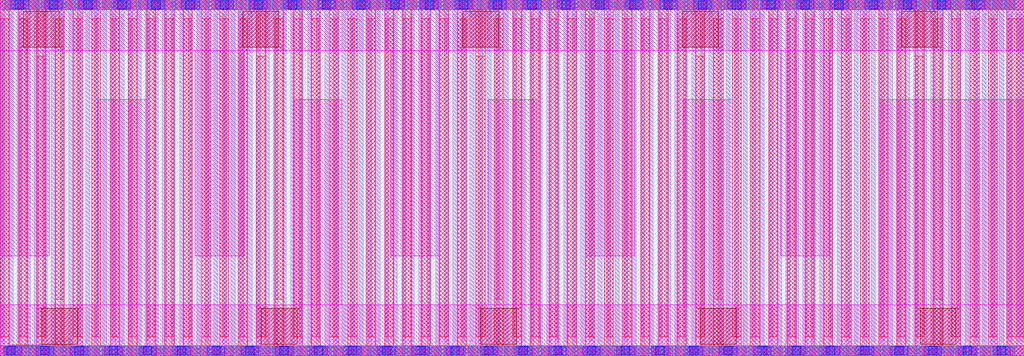
<source format=lef>
# Copyright 2020 The SkyWater PDK Authors
#
# Licensed under the Apache License, Version 2.0 (the "License");
# you may not use this file except in compliance with the License.
# You may obtain a copy of the License at
#
#     https://www.apache.org/licenses/LICENSE-2.0
#
# Unless required by applicable law or agreed to in writing, software
# distributed under the License is distributed on an "AS IS" BASIS,
# WITHOUT WARRANTIES OR CONDITIONS OF ANY KIND, either express or implied.
# See the License for the specific language governing permissions and
# limitations under the License.
#
# SPDX-License-Identifier: Apache-2.0

VERSION 5.7 ;
  NOWIREEXTENSIONATPIN ON ;
  DIVIDERCHAR "/" ;
  BUSBITCHARS "[]" ;
MACRO sky130_fd_pr__cap_vpp_33p6x11p7_pol1m1m2m3m4m5_noshield
  CLASS BLOCK ;
  FOREIGN sky130_fd_pr__cap_vpp_33p6x11p7_pol1m1m2m3m4m5_noshield ;
  ORIGIN  0.000000  0.000000 ;
  SIZE  33.57000 BY  11.69000 ;
  OBS
    LAYER li1 ;
      RECT  0.000000  0.000000 33.570000  0.330000 ;
      RECT  0.000000  0.330000  0.140000 11.220000 ;
      RECT  0.000000 11.360000 33.570000 11.690000 ;
      RECT  0.280000  0.470000  0.420000 11.360000 ;
      RECT  0.560000  0.330000  0.700000 11.220000 ;
      RECT  0.840000  0.470000  0.980000 11.360000 ;
      RECT  1.120000  0.330000  1.260000 11.220000 ;
      RECT  1.400000  0.470000  1.540000 11.360000 ;
      RECT  1.680000  0.330000  1.820000 11.220000 ;
      RECT  1.960000  0.470000  2.100000 11.360000 ;
      RECT  2.240000  0.330000  2.380000 11.220000 ;
      RECT  2.520000  0.470000  2.660000 11.360000 ;
      RECT  2.800000  0.330000  2.940000 11.220000 ;
      RECT  3.080000  0.470000  3.220000 11.360000 ;
      RECT  3.360000  0.330000  3.500000 11.220000 ;
      RECT  3.640000  0.470000  3.780000 11.360000 ;
      RECT  3.920000  0.330000  4.060000 11.220000 ;
      RECT  4.200000  0.470000  4.340000 11.360000 ;
      RECT  4.480000  0.330000  4.620000 11.220000 ;
      RECT  4.760000  0.470000  4.900000 11.360000 ;
      RECT  5.040000  0.330000  5.180000 11.220000 ;
      RECT  5.320000  0.470000  5.460000 11.360000 ;
      RECT  5.600000  0.330000  5.740000 11.220000 ;
      RECT  5.880000  0.470000  6.020000 11.360000 ;
      RECT  6.160000  0.330000  6.300000 11.220000 ;
      RECT  6.440000  0.470000  6.580000 11.360000 ;
      RECT  6.720000  0.330000  6.860000 11.220000 ;
      RECT  7.000000  0.470000  7.140000 11.360000 ;
      RECT  7.280000  0.330000  7.420000 11.220000 ;
      RECT  7.560000  0.470000  7.700000 11.360000 ;
      RECT  7.840000  0.330000  7.980000 11.220000 ;
      RECT  8.120000  0.470000  8.260000 11.360000 ;
      RECT  8.400000  0.330000  8.540000 11.220000 ;
      RECT  8.680000  0.470000  8.820000 11.360000 ;
      RECT  8.960000  0.330000  9.100000 11.220000 ;
      RECT  9.240000  0.470000  9.380000 11.360000 ;
      RECT  9.520000  0.330000  9.660000 11.220000 ;
      RECT  9.800000  0.470000  9.940000 11.360000 ;
      RECT 10.080000  0.330000 10.220000 11.220000 ;
      RECT 10.360000  0.470000 10.500000 11.360000 ;
      RECT 10.640000  0.330000 10.780000 11.220000 ;
      RECT 10.920000  0.470000 11.060000 11.360000 ;
      RECT 11.200000  0.330000 11.340000 11.220000 ;
      RECT 11.480000  0.470000 11.620000 11.360000 ;
      RECT 11.760000  0.330000 11.900000 11.220000 ;
      RECT 12.040000  0.470000 12.180000 11.360000 ;
      RECT 12.320000  0.330000 12.460000 11.220000 ;
      RECT 12.600000  0.470000 12.740000 11.360000 ;
      RECT 12.880000  0.330000 13.020000 11.220000 ;
      RECT 13.160000  0.470000 13.300000 11.360000 ;
      RECT 13.440000  0.330000 13.580000 11.220000 ;
      RECT 13.720000  0.470000 13.860000 11.360000 ;
      RECT 14.000000  0.330000 14.140000 11.220000 ;
      RECT 14.280000  0.470000 14.420000 11.360000 ;
      RECT 14.560000  0.330000 14.700000 11.220000 ;
      RECT 14.840000  0.470000 14.980000 11.360000 ;
      RECT 15.120000  0.330000 15.260000 11.220000 ;
      RECT 15.400000  0.470000 15.540000 11.360000 ;
      RECT 15.680000  0.330000 15.820000 11.220000 ;
      RECT 15.960000  0.470000 16.100000 11.360000 ;
      RECT 16.240000  0.330000 16.380000 11.220000 ;
      RECT 16.520000  0.470000 16.660000 11.360000 ;
      RECT 16.800000  0.330000 16.940000 11.220000 ;
      RECT 17.080000  0.470000 17.220000 11.360000 ;
      RECT 17.360000  0.330000 17.500000 11.220000 ;
      RECT 17.640000  0.470000 17.780000 11.360000 ;
      RECT 17.920000  0.330000 18.060000 11.220000 ;
      RECT 18.200000  0.470000 18.340000 11.360000 ;
      RECT 18.480000  0.330000 18.620000 11.220000 ;
      RECT 18.760000  0.470000 18.900000 11.360000 ;
      RECT 19.040000  0.330000 19.180000 11.220000 ;
      RECT 19.320000  0.470000 19.460000 11.360000 ;
      RECT 19.600000  0.330000 19.740000 11.220000 ;
      RECT 19.880000  0.470000 20.020000 11.360000 ;
      RECT 20.160000  0.330000 20.300000 11.220000 ;
      RECT 20.440000  0.470000 20.580000 11.360000 ;
      RECT 20.720000  0.330000 20.860000 11.220000 ;
      RECT 21.000000  0.470000 21.140000 11.360000 ;
      RECT 21.280000  0.330000 21.420000 11.220000 ;
      RECT 21.560000  0.470000 21.700000 11.360000 ;
      RECT 21.840000  0.330000 21.980000 11.220000 ;
      RECT 22.120000  0.470000 22.260000 11.360000 ;
      RECT 22.400000  0.330000 22.540000 11.220000 ;
      RECT 22.680000  0.470000 22.820000 11.360000 ;
      RECT 22.960000  0.330000 23.100000 11.220000 ;
      RECT 23.240000  0.470000 23.380000 11.360000 ;
      RECT 23.520000  0.330000 23.660000 11.220000 ;
      RECT 23.800000  0.470000 23.940000 11.360000 ;
      RECT 24.080000  0.330000 24.220000 11.220000 ;
      RECT 24.360000  0.470000 24.500000 11.360000 ;
      RECT 24.640000  0.330000 24.780000 11.220000 ;
      RECT 24.920000  0.470000 25.060000 11.360000 ;
      RECT 25.200000  0.330000 25.340000 11.220000 ;
      RECT 25.480000  0.470000 25.620000 11.360000 ;
      RECT 25.760000  0.330000 25.900000 11.220000 ;
      RECT 26.040000  0.470000 26.180000 11.360000 ;
      RECT 26.320000  0.330000 26.460000 11.220000 ;
      RECT 26.600000  0.470000 26.740000 11.360000 ;
      RECT 26.880000  0.330000 27.020000 11.220000 ;
      RECT 27.160000  0.470000 27.300000 11.360000 ;
      RECT 27.440000  0.330000 27.580000 11.220000 ;
      RECT 27.720000  0.470000 27.860000 11.360000 ;
      RECT 28.000000  0.330000 28.140000 11.220000 ;
      RECT 28.280000  0.470000 28.420000 11.360000 ;
      RECT 28.560000  0.330000 28.700000 11.220000 ;
      RECT 28.840000  0.470000 28.980000 11.360000 ;
      RECT 29.120000  0.330000 29.260000 11.220000 ;
      RECT 29.400000  0.470000 29.540000 11.360000 ;
      RECT 29.680000  0.330000 29.820000 11.220000 ;
      RECT 29.960000  0.470000 30.100000 11.360000 ;
      RECT 30.240000  0.330000 30.380000 11.220000 ;
      RECT 30.520000  0.470000 30.660000 11.360000 ;
      RECT 30.800000  0.330000 30.940000 11.220000 ;
      RECT 31.080000  0.470000 31.220000 11.360000 ;
      RECT 31.360000  0.330000 31.500000 11.220000 ;
      RECT 31.640000  0.470000 31.780000 11.360000 ;
      RECT 31.920000  0.330000 32.060000 11.220000 ;
      RECT 32.200000  0.470000 32.340000 11.360000 ;
      RECT 32.480000  0.330000 32.620000 11.220000 ;
      RECT 32.760000  0.470000 32.900000 11.360000 ;
      RECT 33.040000  0.330000 33.180000 11.220000 ;
      RECT 33.320000  0.470000 33.570000 11.360000 ;
    LAYER mcon ;
      RECT  0.190000  0.080000  0.360000  0.250000 ;
      RECT  0.190000 11.440000  0.360000 11.610000 ;
      RECT  0.550000  0.080000  0.720000  0.250000 ;
      RECT  0.550000 11.440000  0.720000 11.610000 ;
      RECT  0.910000  0.080000  1.080000  0.250000 ;
      RECT  0.910000 11.440000  1.080000 11.610000 ;
      RECT  1.270000  0.080000  1.440000  0.250000 ;
      RECT  1.270000 11.440000  1.440000 11.610000 ;
      RECT  1.630000  0.080000  1.800000  0.250000 ;
      RECT  1.630000 11.440000  1.800000 11.610000 ;
      RECT  1.990000  0.080000  2.160000  0.250000 ;
      RECT  1.990000 11.440000  2.160000 11.610000 ;
      RECT  2.350000  0.080000  2.520000  0.250000 ;
      RECT  2.350000 11.440000  2.520000 11.610000 ;
      RECT  2.710000  0.080000  2.880000  0.250000 ;
      RECT  2.710000 11.440000  2.880000 11.610000 ;
      RECT  3.070000  0.080000  3.240000  0.250000 ;
      RECT  3.070000 11.440000  3.240000 11.610000 ;
      RECT  3.430000  0.080000  3.600000  0.250000 ;
      RECT  3.430000 11.440000  3.600000 11.610000 ;
      RECT  3.790000  0.080000  3.960000  0.250000 ;
      RECT  3.790000 11.440000  3.960000 11.610000 ;
      RECT  4.150000  0.080000  4.320000  0.250000 ;
      RECT  4.150000 11.440000  4.320000 11.610000 ;
      RECT  4.510000  0.080000  4.680000  0.250000 ;
      RECT  4.510000 11.440000  4.680000 11.610000 ;
      RECT  4.870000  0.080000  5.040000  0.250000 ;
      RECT  4.870000 11.440000  5.040000 11.610000 ;
      RECT  5.230000  0.080000  5.400000  0.250000 ;
      RECT  5.230000 11.440000  5.400000 11.610000 ;
      RECT  5.590000  0.080000  5.760000  0.250000 ;
      RECT  5.590000 11.440000  5.760000 11.610000 ;
      RECT  5.950000  0.080000  6.120000  0.250000 ;
      RECT  5.950000 11.440000  6.120000 11.610000 ;
      RECT  6.310000  0.080000  6.480000  0.250000 ;
      RECT  6.310000 11.440000  6.480000 11.610000 ;
      RECT  6.670000  0.080000  6.840000  0.250000 ;
      RECT  6.670000 11.440000  6.840000 11.610000 ;
      RECT  7.030000  0.080000  7.200000  0.250000 ;
      RECT  7.030000 11.440000  7.200000 11.610000 ;
      RECT  7.390000  0.080000  7.560000  0.250000 ;
      RECT  7.390000 11.440000  7.560000 11.610000 ;
      RECT  7.750000  0.080000  7.920000  0.250000 ;
      RECT  7.750000 11.440000  7.920000 11.610000 ;
      RECT  8.110000  0.080000  8.280000  0.250000 ;
      RECT  8.110000 11.440000  8.280000 11.610000 ;
      RECT  8.470000  0.080000  8.640000  0.250000 ;
      RECT  8.470000 11.440000  8.640000 11.610000 ;
      RECT  8.830000  0.080000  9.000000  0.250000 ;
      RECT  8.830000 11.440000  9.000000 11.610000 ;
      RECT  9.190000  0.080000  9.360000  0.250000 ;
      RECT  9.190000 11.440000  9.360000 11.610000 ;
      RECT  9.550000  0.080000  9.720000  0.250000 ;
      RECT  9.550000 11.440000  9.720000 11.610000 ;
      RECT  9.910000  0.080000 10.080000  0.250000 ;
      RECT  9.910000 11.440000 10.080000 11.610000 ;
      RECT 10.270000  0.080000 10.440000  0.250000 ;
      RECT 10.270000 11.440000 10.440000 11.610000 ;
      RECT 10.630000  0.080000 10.800000  0.250000 ;
      RECT 10.630000 11.440000 10.800000 11.610000 ;
      RECT 10.990000  0.080000 11.160000  0.250000 ;
      RECT 10.990000 11.440000 11.160000 11.610000 ;
      RECT 11.350000  0.080000 11.520000  0.250000 ;
      RECT 11.350000 11.440000 11.520000 11.610000 ;
      RECT 11.710000  0.080000 11.880000  0.250000 ;
      RECT 11.710000 11.440000 11.880000 11.610000 ;
      RECT 12.070000  0.080000 12.240000  0.250000 ;
      RECT 12.070000 11.440000 12.240000 11.610000 ;
      RECT 12.430000  0.080000 12.600000  0.250000 ;
      RECT 12.430000 11.440000 12.600000 11.610000 ;
      RECT 12.790000  0.080000 12.960000  0.250000 ;
      RECT 12.790000 11.440000 12.960000 11.610000 ;
      RECT 13.150000  0.080000 13.320000  0.250000 ;
      RECT 13.150000 11.440000 13.320000 11.610000 ;
      RECT 13.510000  0.080000 13.680000  0.250000 ;
      RECT 13.510000 11.440000 13.680000 11.610000 ;
      RECT 13.870000  0.080000 14.040000  0.250000 ;
      RECT 13.870000 11.440000 14.040000 11.610000 ;
      RECT 14.230000  0.080000 14.400000  0.250000 ;
      RECT 14.230000 11.440000 14.400000 11.610000 ;
      RECT 14.590000  0.080000 14.760000  0.250000 ;
      RECT 14.590000 11.440000 14.760000 11.610000 ;
      RECT 14.950000  0.080000 15.120000  0.250000 ;
      RECT 14.950000 11.440000 15.120000 11.610000 ;
      RECT 15.310000  0.080000 15.480000  0.250000 ;
      RECT 15.310000 11.440000 15.480000 11.610000 ;
      RECT 15.670000  0.080000 15.840000  0.250000 ;
      RECT 15.670000 11.440000 15.840000 11.610000 ;
      RECT 16.030000  0.080000 16.200000  0.250000 ;
      RECT 16.030000 11.440000 16.200000 11.610000 ;
      RECT 16.390000  0.080000 16.560000  0.250000 ;
      RECT 16.390000 11.440000 16.560000 11.610000 ;
      RECT 16.750000  0.080000 16.920000  0.250000 ;
      RECT 16.750000 11.440000 16.920000 11.610000 ;
      RECT 17.110000  0.080000 17.280000  0.250000 ;
      RECT 17.110000 11.440000 17.280000 11.610000 ;
      RECT 17.470000  0.080000 17.640000  0.250000 ;
      RECT 17.470000 11.440000 17.640000 11.610000 ;
      RECT 17.830000  0.080000 18.000000  0.250000 ;
      RECT 17.830000 11.440000 18.000000 11.610000 ;
      RECT 18.190000  0.080000 18.360000  0.250000 ;
      RECT 18.190000 11.440000 18.360000 11.610000 ;
      RECT 18.550000  0.080000 18.720000  0.250000 ;
      RECT 18.550000 11.440000 18.720000 11.610000 ;
      RECT 18.910000  0.080000 19.080000  0.250000 ;
      RECT 18.910000 11.440000 19.080000 11.610000 ;
      RECT 19.270000  0.080000 19.440000  0.250000 ;
      RECT 19.270000 11.440000 19.440000 11.610000 ;
      RECT 19.630000  0.080000 19.800000  0.250000 ;
      RECT 19.630000 11.440000 19.800000 11.610000 ;
      RECT 19.990000  0.080000 20.160000  0.250000 ;
      RECT 19.990000 11.440000 20.160000 11.610000 ;
      RECT 20.350000  0.080000 20.520000  0.250000 ;
      RECT 20.350000 11.440000 20.520000 11.610000 ;
      RECT 20.710000  0.080000 20.880000  0.250000 ;
      RECT 20.710000 11.440000 20.880000 11.610000 ;
      RECT 21.070000  0.080000 21.240000  0.250000 ;
      RECT 21.070000 11.440000 21.240000 11.610000 ;
      RECT 21.430000  0.080000 21.600000  0.250000 ;
      RECT 21.430000 11.440000 21.600000 11.610000 ;
      RECT 21.790000  0.080000 21.960000  0.250000 ;
      RECT 21.790000 11.440000 21.960000 11.610000 ;
      RECT 22.150000  0.080000 22.320000  0.250000 ;
      RECT 22.150000 11.440000 22.320000 11.610000 ;
      RECT 22.510000  0.080000 22.680000  0.250000 ;
      RECT 22.510000 11.440000 22.680000 11.610000 ;
      RECT 22.870000  0.080000 23.040000  0.250000 ;
      RECT 22.870000 11.440000 23.040000 11.610000 ;
      RECT 23.230000  0.080000 23.400000  0.250000 ;
      RECT 23.230000 11.440000 23.400000 11.610000 ;
      RECT 23.590000  0.080000 23.760000  0.250000 ;
      RECT 23.590000 11.440000 23.760000 11.610000 ;
      RECT 23.950000  0.080000 24.120000  0.250000 ;
      RECT 23.950000 11.440000 24.120000 11.610000 ;
      RECT 24.310000  0.080000 24.480000  0.250000 ;
      RECT 24.310000 11.440000 24.480000 11.610000 ;
      RECT 24.670000  0.080000 24.840000  0.250000 ;
      RECT 24.670000 11.440000 24.840000 11.610000 ;
      RECT 25.030000  0.080000 25.200000  0.250000 ;
      RECT 25.030000 11.440000 25.200000 11.610000 ;
      RECT 25.390000  0.080000 25.560000  0.250000 ;
      RECT 25.390000 11.440000 25.560000 11.610000 ;
      RECT 25.750000  0.080000 25.920000  0.250000 ;
      RECT 25.750000 11.440000 25.920000 11.610000 ;
      RECT 26.110000  0.080000 26.280000  0.250000 ;
      RECT 26.110000 11.440000 26.280000 11.610000 ;
      RECT 26.470000  0.080000 26.640000  0.250000 ;
      RECT 26.470000 11.440000 26.640000 11.610000 ;
      RECT 26.830000  0.080000 27.000000  0.250000 ;
      RECT 26.830000 11.440000 27.000000 11.610000 ;
      RECT 27.190000  0.080000 27.360000  0.250000 ;
      RECT 27.190000 11.440000 27.360000 11.610000 ;
      RECT 27.550000  0.080000 27.720000  0.250000 ;
      RECT 27.550000 11.440000 27.720000 11.610000 ;
      RECT 27.910000  0.080000 28.080000  0.250000 ;
      RECT 27.910000 11.440000 28.080000 11.610000 ;
      RECT 28.270000  0.080000 28.440000  0.250000 ;
      RECT 28.270000 11.440000 28.440000 11.610000 ;
      RECT 28.630000  0.080000 28.800000  0.250000 ;
      RECT 28.630000 11.440000 28.800000 11.610000 ;
      RECT 28.990000  0.080000 29.160000  0.250000 ;
      RECT 28.990000 11.440000 29.160000 11.610000 ;
      RECT 29.350000  0.080000 29.520000  0.250000 ;
      RECT 29.350000 11.440000 29.520000 11.610000 ;
      RECT 29.710000  0.080000 29.880000  0.250000 ;
      RECT 29.710000 11.440000 29.880000 11.610000 ;
      RECT 30.070000  0.080000 30.240000  0.250000 ;
      RECT 30.070000 11.440000 30.240000 11.610000 ;
      RECT 30.430000  0.080000 30.600000  0.250000 ;
      RECT 30.430000 11.440000 30.600000 11.610000 ;
      RECT 30.790000  0.080000 30.960000  0.250000 ;
      RECT 30.790000 11.440000 30.960000 11.610000 ;
      RECT 31.150000  0.080000 31.320000  0.250000 ;
      RECT 31.150000 11.440000 31.320000 11.610000 ;
      RECT 31.510000  0.080000 31.680000  0.250000 ;
      RECT 31.510000 11.440000 31.680000 11.610000 ;
      RECT 31.870000  0.080000 32.040000  0.250000 ;
      RECT 31.870000 11.440000 32.040000 11.610000 ;
      RECT 32.230000  0.080000 32.400000  0.250000 ;
      RECT 32.230000 11.440000 32.400000 11.610000 ;
      RECT 32.590000  0.080000 32.760000  0.250000 ;
      RECT 32.590000 11.440000 32.760000 11.610000 ;
      RECT 32.950000  0.080000 33.120000  0.250000 ;
      RECT 32.950000 11.440000 33.120000 11.610000 ;
    LAYER met1 ;
      RECT  0.000000  0.000000 33.570000  0.330000 ;
      RECT  0.000000  0.470000  0.140000 11.360000 ;
      RECT  0.000000 11.360000 33.570000 11.690000 ;
      RECT  0.280000  0.330000  0.420000 11.220000 ;
      RECT  0.560000  0.470000  0.700000 11.360000 ;
      RECT  0.840000  0.330000  0.980000 11.220000 ;
      RECT  1.120000  0.470000  1.260000 11.360000 ;
      RECT  1.400000  0.330000  1.540000 11.220000 ;
      RECT  1.680000  0.470000  1.820000 11.360000 ;
      RECT  1.960000  0.330000  2.100000 11.220000 ;
      RECT  2.240000  0.470000  2.380000 11.360000 ;
      RECT  2.520000  0.330000  2.660000 11.220000 ;
      RECT  2.800000  0.470000  2.940000 11.360000 ;
      RECT  3.080000  0.330000  3.220000 11.220000 ;
      RECT  3.360000  0.470000  3.500000 11.360000 ;
      RECT  3.640000  0.330000  3.780000 11.220000 ;
      RECT  3.920000  0.470000  4.060000 11.360000 ;
      RECT  4.200000  0.330000  4.340000 11.220000 ;
      RECT  4.480000  0.470000  4.620000 11.360000 ;
      RECT  4.760000  0.330000  4.900000 11.220000 ;
      RECT  5.040000  0.470000  5.180000 11.360000 ;
      RECT  5.320000  0.330000  5.460000 11.220000 ;
      RECT  5.600000  0.470000  5.740000 11.360000 ;
      RECT  5.880000  0.330000  6.020000 11.220000 ;
      RECT  6.160000  0.470000  6.300000 11.360000 ;
      RECT  6.440000  0.330000  6.580000 11.220000 ;
      RECT  6.720000  0.470000  6.860000 11.360000 ;
      RECT  7.000000  0.330000  7.140000 11.220000 ;
      RECT  7.280000  0.470000  7.420000 11.360000 ;
      RECT  7.560000  0.330000  7.700000 11.220000 ;
      RECT  7.840000  0.470000  7.980000 11.360000 ;
      RECT  8.120000  0.330000  8.260000 11.220000 ;
      RECT  8.400000  0.470000  8.540000 11.360000 ;
      RECT  8.680000  0.330000  8.820000 11.220000 ;
      RECT  8.960000  0.470000  9.100000 11.360000 ;
      RECT  9.240000  0.330000  9.380000 11.220000 ;
      RECT  9.520000  0.470000  9.660000 11.360000 ;
      RECT  9.800000  0.330000  9.940000 11.220000 ;
      RECT 10.080000  0.470000 10.220000 11.360000 ;
      RECT 10.360000  0.330000 10.500000 11.220000 ;
      RECT 10.640000  0.470000 10.780000 11.360000 ;
      RECT 10.920000  0.330000 11.060000 11.220000 ;
      RECT 11.200000  0.470000 11.340000 11.360000 ;
      RECT 11.480000  0.330000 11.620000 11.220000 ;
      RECT 11.760000  0.470000 11.900000 11.360000 ;
      RECT 12.040000  0.330000 12.180000 11.220000 ;
      RECT 12.320000  0.470000 12.460000 11.360000 ;
      RECT 12.600000  0.330000 12.740000 11.220000 ;
      RECT 12.880000  0.470000 13.020000 11.360000 ;
      RECT 13.160000  0.330000 13.300000 11.220000 ;
      RECT 13.440000  0.470000 13.580000 11.360000 ;
      RECT 13.720000  0.330000 13.860000 11.220000 ;
      RECT 14.000000  0.470000 14.140000 11.360000 ;
      RECT 14.280000  0.330000 14.420000 11.220000 ;
      RECT 14.560000  0.470000 14.700000 11.360000 ;
      RECT 14.840000  0.330000 14.980000 11.220000 ;
      RECT 15.120000  0.470000 15.260000 11.360000 ;
      RECT 15.400000  0.330000 15.540000 11.220000 ;
      RECT 15.680000  0.470000 15.820000 11.360000 ;
      RECT 15.960000  0.330000 16.100000 11.220000 ;
      RECT 16.240000  0.470000 16.380000 11.360000 ;
      RECT 16.520000  0.330000 16.660000 11.220000 ;
      RECT 16.800000  0.470000 16.940000 11.360000 ;
      RECT 17.080000  0.330000 17.220000 11.220000 ;
      RECT 17.360000  0.470000 17.500000 11.360000 ;
      RECT 17.640000  0.330000 17.780000 11.220000 ;
      RECT 17.920000  0.470000 18.060000 11.360000 ;
      RECT 18.200000  0.330000 18.340000 11.220000 ;
      RECT 18.480000  0.470000 18.620000 11.360000 ;
      RECT 18.760000  0.330000 18.900000 11.220000 ;
      RECT 19.040000  0.470000 19.180000 11.360000 ;
      RECT 19.320000  0.330000 19.460000 11.220000 ;
      RECT 19.600000  0.470000 19.740000 11.360000 ;
      RECT 19.880000  0.330000 20.020000 11.220000 ;
      RECT 20.160000  0.470000 20.300000 11.360000 ;
      RECT 20.440000  0.330000 20.580000 11.220000 ;
      RECT 20.720000  0.470000 20.860000 11.360000 ;
      RECT 21.000000  0.330000 21.140000 11.220000 ;
      RECT 21.280000  0.470000 21.420000 11.360000 ;
      RECT 21.560000  0.330000 21.700000 11.220000 ;
      RECT 21.840000  0.470000 21.980000 11.360000 ;
      RECT 22.120000  0.330000 22.260000 11.220000 ;
      RECT 22.400000  0.470000 22.540000 11.360000 ;
      RECT 22.680000  0.330000 22.820000 11.220000 ;
      RECT 22.960000  0.470000 23.100000 11.360000 ;
      RECT 23.240000  0.330000 23.380000 11.220000 ;
      RECT 23.520000  0.470000 23.660000 11.360000 ;
      RECT 23.800000  0.330000 23.940000 11.220000 ;
      RECT 24.080000  0.470000 24.220000 11.360000 ;
      RECT 24.360000  0.330000 24.500000 11.220000 ;
      RECT 24.640000  0.470000 24.780000 11.360000 ;
      RECT 24.920000  0.330000 25.060000 11.220000 ;
      RECT 25.200000  0.470000 25.340000 11.360000 ;
      RECT 25.480000  0.330000 25.620000 11.220000 ;
      RECT 25.760000  0.470000 25.900000 11.360000 ;
      RECT 26.040000  0.330000 26.180000 11.220000 ;
      RECT 26.320000  0.470000 26.460000 11.360000 ;
      RECT 26.600000  0.330000 26.740000 11.220000 ;
      RECT 26.880000  0.470000 27.020000 11.360000 ;
      RECT 27.160000  0.330000 27.300000 11.220000 ;
      RECT 27.440000  0.470000 27.580000 11.360000 ;
      RECT 27.720000  0.330000 27.860000 11.220000 ;
      RECT 28.000000  0.470000 28.140000 11.360000 ;
      RECT 28.280000  0.330000 28.420000 11.220000 ;
      RECT 28.560000  0.470000 28.700000 11.360000 ;
      RECT 28.840000  0.330000 28.980000 11.220000 ;
      RECT 29.120000  0.470000 29.260000 11.360000 ;
      RECT 29.400000  0.330000 29.540000 11.220000 ;
      RECT 29.680000  0.470000 29.820000 11.360000 ;
      RECT 29.960000  0.330000 30.100000 11.220000 ;
      RECT 30.240000  0.470000 30.380000 11.360000 ;
      RECT 30.520000  0.330000 30.660000 11.220000 ;
      RECT 30.800000  0.470000 30.940000 11.360000 ;
      RECT 31.080000  0.330000 31.220000 11.220000 ;
      RECT 31.360000  0.470000 31.500000 11.360000 ;
      RECT 31.640000  0.330000 31.780000 11.220000 ;
      RECT 31.920000  0.470000 32.060000 11.360000 ;
      RECT 32.200000  0.330000 32.340000 11.220000 ;
      RECT 32.480000  0.470000 32.620000 11.360000 ;
      RECT 32.760000  0.330000 32.900000 11.220000 ;
      RECT 33.040000  0.470000 33.180000 11.360000 ;
      RECT 33.320000  0.330000 33.570000 11.220000 ;
    LAYER met2 ;
      RECT  0.000000  0.000000  0.700000  0.330000 ;
      RECT  0.000000  0.330000  0.140000 11.690000 ;
      RECT  0.280000  0.470000  0.420000 11.360000 ;
      RECT  0.280000 11.360000  0.980000 11.690000 ;
      RECT  0.560000  0.330000  0.700000 11.220000 ;
      RECT  0.840000  0.000000  0.980000 11.360000 ;
      RECT  1.120000  0.000000  1.820000  0.330000 ;
      RECT  1.120000  0.330000  1.260000 11.690000 ;
      RECT  1.400000  0.470000  1.540000 11.360000 ;
      RECT  1.400000 11.360000  2.100000 11.690000 ;
      RECT  1.680000  0.330000  1.820000 11.220000 ;
      RECT  1.960000  0.000000  2.100000 11.360000 ;
      RECT  2.240000  0.000000  2.940000  0.330000 ;
      RECT  2.240000  0.330000  2.380000 11.690000 ;
      RECT  2.520000  0.470000  2.660000 11.360000 ;
      RECT  2.520000 11.360000  3.220000 11.690000 ;
      RECT  2.800000  0.330000  2.940000 11.220000 ;
      RECT  3.080000  0.000000  3.220000 11.360000 ;
      RECT  3.360000  0.000000  4.060000  0.330000 ;
      RECT  3.360000  0.330000  3.500000 11.690000 ;
      RECT  3.640000  0.470000  3.780000 11.360000 ;
      RECT  3.640000 11.360000  4.340000 11.690000 ;
      RECT  3.920000  0.330000  4.060000 11.220000 ;
      RECT  4.200000  0.000000  4.340000 11.360000 ;
      RECT  4.480000  0.000000  5.180000  0.330000 ;
      RECT  4.480000  0.330000  4.620000 11.690000 ;
      RECT  4.760000  0.470000  4.900000 11.360000 ;
      RECT  4.760000 11.360000  5.460000 11.690000 ;
      RECT  5.040000  0.330000  5.180000 11.220000 ;
      RECT  5.320000  0.000000  5.460000 11.360000 ;
      RECT  5.600000  0.000000  6.300000  0.330000 ;
      RECT  5.600000  0.330000  5.740000 11.690000 ;
      RECT  5.880000  0.470000  6.020000 11.360000 ;
      RECT  5.880000 11.360000  6.580000 11.690000 ;
      RECT  6.160000  0.330000  6.300000 11.220000 ;
      RECT  6.440000  0.000000  6.580000 11.360000 ;
      RECT  6.720000  0.000000  7.420000  0.330000 ;
      RECT  6.720000  0.330000  6.860000 11.690000 ;
      RECT  7.000000  0.470000  7.140000 11.360000 ;
      RECT  7.000000 11.360000  7.700000 11.690000 ;
      RECT  7.280000  0.330000  7.420000 11.220000 ;
      RECT  7.560000  0.000000  7.700000 11.360000 ;
      RECT  7.840000  0.000000  8.540000  0.330000 ;
      RECT  7.840000  0.330000  7.980000 11.690000 ;
      RECT  8.120000  0.470000  8.260000 11.360000 ;
      RECT  8.120000 11.360000  8.820000 11.690000 ;
      RECT  8.400000  0.330000  8.540000 11.220000 ;
      RECT  8.680000  0.000000  8.820000 11.360000 ;
      RECT  8.960000  0.000000  9.660000  0.330000 ;
      RECT  8.960000  0.330000  9.100000 11.690000 ;
      RECT  9.240000  0.470000  9.380000 11.360000 ;
      RECT  9.240000 11.360000  9.940000 11.690000 ;
      RECT  9.520000  0.330000  9.660000 11.220000 ;
      RECT  9.800000  0.000000  9.940000 11.360000 ;
      RECT 10.080000  0.000000 10.780000  0.330000 ;
      RECT 10.080000  0.330000 10.220000 11.690000 ;
      RECT 10.360000  0.470000 10.500000 11.360000 ;
      RECT 10.360000 11.360000 11.060000 11.690000 ;
      RECT 10.640000  0.330000 10.780000 11.220000 ;
      RECT 10.920000  0.000000 11.060000 11.360000 ;
      RECT 11.200000  0.000000 11.900000  0.330000 ;
      RECT 11.200000  0.330000 11.340000 11.690000 ;
      RECT 11.480000  0.470000 11.620000 11.360000 ;
      RECT 11.480000 11.360000 12.180000 11.690000 ;
      RECT 11.760000  0.330000 11.900000 11.220000 ;
      RECT 12.040000  0.000000 12.180000 11.360000 ;
      RECT 12.320000  0.000000 13.020000  0.330000 ;
      RECT 12.320000  0.330000 12.460000 11.690000 ;
      RECT 12.600000  0.470000 12.740000 11.360000 ;
      RECT 12.600000 11.360000 13.300000 11.690000 ;
      RECT 12.880000  0.330000 13.020000 11.220000 ;
      RECT 13.160000  0.000000 13.300000 11.360000 ;
      RECT 13.440000  0.000000 14.140000  0.330000 ;
      RECT 13.440000  0.330000 13.580000 11.690000 ;
      RECT 13.720000  0.470000 13.860000 11.360000 ;
      RECT 13.720000 11.360000 14.420000 11.690000 ;
      RECT 14.000000  0.330000 14.140000 11.220000 ;
      RECT 14.280000  0.000000 14.420000 11.360000 ;
      RECT 14.560000  0.000000 15.260000  0.330000 ;
      RECT 14.560000  0.330000 14.700000 11.690000 ;
      RECT 14.840000  0.470000 14.980000 11.360000 ;
      RECT 14.840000 11.360000 15.540000 11.690000 ;
      RECT 15.120000  0.330000 15.260000 11.220000 ;
      RECT 15.400000  0.000000 15.540000 11.360000 ;
      RECT 15.680000  0.000000 16.380000  0.330000 ;
      RECT 15.680000  0.330000 15.820000 11.690000 ;
      RECT 15.960000  0.470000 16.100000 11.360000 ;
      RECT 15.960000 11.360000 16.660000 11.690000 ;
      RECT 16.240000  0.330000 16.380000 11.220000 ;
      RECT 16.520000  0.000000 16.660000 11.360000 ;
      RECT 16.800000  0.000000 17.500000  0.330000 ;
      RECT 16.800000  0.330000 16.940000 11.690000 ;
      RECT 17.080000  0.470000 17.220000 11.360000 ;
      RECT 17.080000 11.360000 17.780000 11.690000 ;
      RECT 17.360000  0.330000 17.500000 11.220000 ;
      RECT 17.640000  0.000000 17.780000 11.360000 ;
      RECT 17.920000  0.000000 18.620000  0.330000 ;
      RECT 17.920000  0.330000 18.060000 11.690000 ;
      RECT 18.200000  0.470000 18.340000 11.360000 ;
      RECT 18.200000 11.360000 18.900000 11.690000 ;
      RECT 18.480000  0.330000 18.620000 11.220000 ;
      RECT 18.760000  0.000000 18.900000 11.360000 ;
      RECT 19.040000  0.000000 19.740000  0.330000 ;
      RECT 19.040000  0.330000 19.180000 11.690000 ;
      RECT 19.320000  0.470000 19.460000 11.360000 ;
      RECT 19.320000 11.360000 20.020000 11.690000 ;
      RECT 19.600000  0.330000 19.740000 11.220000 ;
      RECT 19.880000  0.000000 20.020000 11.360000 ;
      RECT 20.160000  0.000000 20.860000  0.330000 ;
      RECT 20.160000  0.330000 20.300000 11.690000 ;
      RECT 20.440000  0.470000 20.580000 11.360000 ;
      RECT 20.440000 11.360000 21.140000 11.690000 ;
      RECT 20.720000  0.330000 20.860000 11.220000 ;
      RECT 21.000000  0.000000 21.140000 11.360000 ;
      RECT 21.280000  0.000000 21.980000  0.330000 ;
      RECT 21.280000  0.330000 21.420000 11.690000 ;
      RECT 21.560000  0.470000 21.700000 11.360000 ;
      RECT 21.560000 11.360000 22.260000 11.690000 ;
      RECT 21.840000  0.330000 21.980000 11.220000 ;
      RECT 22.120000  0.000000 22.260000 11.360000 ;
      RECT 22.400000  0.000000 23.100000  0.330000 ;
      RECT 22.400000  0.330000 22.540000 11.690000 ;
      RECT 22.680000  0.470000 22.820000 11.360000 ;
      RECT 22.680000 11.360000 23.380000 11.690000 ;
      RECT 22.960000  0.330000 23.100000 11.220000 ;
      RECT 23.240000  0.000000 23.380000 11.360000 ;
      RECT 23.520000  0.000000 24.220000  0.330000 ;
      RECT 23.520000  0.330000 23.660000 11.690000 ;
      RECT 23.800000  0.470000 23.940000 11.360000 ;
      RECT 23.800000 11.360000 24.500000 11.690000 ;
      RECT 24.080000  0.330000 24.220000 11.220000 ;
      RECT 24.360000  0.000000 24.500000 11.360000 ;
      RECT 24.640000  0.000000 25.340000  0.330000 ;
      RECT 24.640000  0.330000 24.780000 11.690000 ;
      RECT 24.920000  0.470000 25.060000 11.360000 ;
      RECT 24.920000 11.360000 25.620000 11.690000 ;
      RECT 25.200000  0.330000 25.340000 11.220000 ;
      RECT 25.480000  0.000000 25.620000 11.360000 ;
      RECT 25.760000  0.000000 26.460000  0.330000 ;
      RECT 25.760000  0.330000 25.900000 11.690000 ;
      RECT 26.040000  0.470000 26.180000 11.360000 ;
      RECT 26.040000 11.360000 26.740000 11.690000 ;
      RECT 26.320000  0.330000 26.460000 11.220000 ;
      RECT 26.600000  0.000000 26.740000 11.360000 ;
      RECT 26.880000  0.000000 27.580000  0.330000 ;
      RECT 26.880000  0.330000 27.020000 11.690000 ;
      RECT 27.160000  0.470000 27.300000 11.360000 ;
      RECT 27.160000 11.360000 27.860000 11.690000 ;
      RECT 27.440000  0.330000 27.580000 11.220000 ;
      RECT 27.720000  0.000000 27.860000 11.360000 ;
      RECT 28.000000  0.000000 28.700000  0.330000 ;
      RECT 28.000000  0.330000 28.140000 11.690000 ;
      RECT 28.280000  0.470000 28.420000 11.360000 ;
      RECT 28.280000 11.360000 28.980000 11.690000 ;
      RECT 28.560000  0.330000 28.700000 11.220000 ;
      RECT 28.840000  0.000000 28.980000 11.360000 ;
      RECT 29.120000  0.000000 29.820000  0.330000 ;
      RECT 29.120000  0.330000 29.260000 11.690000 ;
      RECT 29.400000  0.470000 29.540000 11.360000 ;
      RECT 29.400000 11.360000 30.100000 11.690000 ;
      RECT 29.680000  0.330000 29.820000 11.220000 ;
      RECT 29.960000  0.000000 30.100000 11.360000 ;
      RECT 30.240000  0.000000 30.940000  0.330000 ;
      RECT 30.240000  0.330000 30.380000 11.690000 ;
      RECT 30.520000  0.470000 30.660000 11.360000 ;
      RECT 30.520000 11.360000 31.220000 11.690000 ;
      RECT 30.800000  0.330000 30.940000 11.220000 ;
      RECT 31.080000  0.000000 31.220000 11.360000 ;
      RECT 31.360000  0.000000 32.060000  0.330000 ;
      RECT 31.360000  0.330000 31.500000 11.690000 ;
      RECT 31.640000  0.470000 31.780000 11.360000 ;
      RECT 31.640000 11.360000 33.570000 11.690000 ;
      RECT 31.920000  0.330000 32.060000 11.220000 ;
      RECT 32.200000  0.000000 32.340000 11.360000 ;
      RECT 32.480000  0.000000 33.570000  0.330000 ;
      RECT 32.480000  0.330000 32.620000 11.220000 ;
      RECT 32.760000  0.470000 32.900000 11.360000 ;
      RECT 33.040000  0.330000 33.180000 11.220000 ;
      RECT 33.320000  0.470000 33.570000 11.360000 ;
    LAYER met3 ;
      RECT  0.000000  0.000000 33.570000  0.330000 ;
      RECT  0.000000  0.630000  0.300000 11.360000 ;
      RECT  0.000000 11.360000 33.570000 11.690000 ;
      RECT  0.600000  0.330000  0.900000 11.060000 ;
      RECT  1.200000  0.630000  1.500000 11.360000 ;
      RECT  1.800000  0.330000  2.100000 11.060000 ;
      RECT  2.400000  0.630000  2.700000 11.360000 ;
      RECT  3.000000  0.330000  3.300000 11.060000 ;
      RECT  3.600000  0.630000  3.900000 11.360000 ;
      RECT  4.200000  0.330000  4.500000 11.060000 ;
      RECT  4.800000  0.630000  5.100000 11.360000 ;
      RECT  5.400000  0.330000  5.700000 11.060000 ;
      RECT  6.000000  0.630000  6.300000 11.360000 ;
      RECT  6.600000  0.330000  6.900000 11.060000 ;
      RECT  7.200000  0.630000  7.500000 11.360000 ;
      RECT  7.800000  0.330000  8.100000 11.060000 ;
      RECT  8.400000  0.630000  8.700000 11.360000 ;
      RECT  9.000000  0.330000  9.300000 11.060000 ;
      RECT  9.600000  0.630000  9.900000 11.360000 ;
      RECT 10.200000  0.330000 10.500000 11.060000 ;
      RECT 10.800000  0.630000 11.100000 11.360000 ;
      RECT 11.400000  0.330000 11.700000 11.060000 ;
      RECT 12.000000  0.630000 12.300000 11.360000 ;
      RECT 12.600000  0.330000 12.900000 11.060000 ;
      RECT 13.200000  0.630000 13.500000 11.360000 ;
      RECT 13.800000  0.330000 14.100000 11.060000 ;
      RECT 14.400000  0.630000 14.700000 11.360000 ;
      RECT 15.000000  0.330000 15.300000 11.060000 ;
      RECT 15.600000  0.630000 15.900000 11.360000 ;
      RECT 16.200000  0.330000 16.500000 11.060000 ;
      RECT 16.800000  0.630000 17.100000 11.360000 ;
      RECT 17.400000  0.330000 17.700000 11.060000 ;
      RECT 18.000000  0.630000 18.300000 11.360000 ;
      RECT 18.600000  0.330000 18.900000 11.060000 ;
      RECT 19.200000  0.630000 19.500000 11.360000 ;
      RECT 19.800000  0.330000 20.100000 11.060000 ;
      RECT 20.400000  0.630000 20.700000 11.360000 ;
      RECT 21.000000  0.330000 21.300000 11.060000 ;
      RECT 21.600000  0.630000 21.900000 11.360000 ;
      RECT 22.200000  0.330000 22.500000 11.060000 ;
      RECT 22.800000  0.630000 23.100000 11.360000 ;
      RECT 23.400000  0.330000 23.700000 11.060000 ;
      RECT 24.000000  0.630000 24.300000 11.360000 ;
      RECT 24.600000  0.330000 24.900000 11.060000 ;
      RECT 25.200000  0.630000 25.500000 11.360000 ;
      RECT 25.800000  0.330000 26.100000 11.060000 ;
      RECT 26.400000  0.630000 26.700000 11.360000 ;
      RECT 27.000000  0.330000 27.300000 11.060000 ;
      RECT 27.600000  0.630000 27.900000 11.360000 ;
      RECT 28.200000  0.330000 28.500000 11.060000 ;
      RECT 28.800000  0.630000 29.100000 11.360000 ;
      RECT 29.400000  0.330000 29.700000 11.060000 ;
      RECT 30.000000  0.630000 30.300000 11.360000 ;
      RECT 30.600000  0.330000 30.900000 11.060000 ;
      RECT 31.200000  0.630000 31.500000 11.360000 ;
      RECT 31.800000  0.330000 32.100000 11.060000 ;
      RECT 32.400000  0.630000 32.700000 11.360000 ;
      RECT 33.000000  0.330000 33.570000 11.060000 ;
    LAYER met4 ;
      RECT  0.000000  0.000000 33.570000  0.330000 ;
      RECT  0.000000  0.330000  0.300000 11.060000 ;
      RECT  0.000000 11.360000 33.570000 11.690000 ;
      RECT  0.600000  0.630000  0.900000 10.135000 ;
      RECT  0.600000 10.135000  2.100000 11.360000 ;
      RECT  1.200000  0.330000  2.700000  1.555000 ;
      RECT  1.200000  1.555000  1.500000  9.835000 ;
      RECT  1.800000  1.855000  2.100000 10.135000 ;
      RECT  2.400000  1.555000  2.700000 11.060000 ;
      RECT  3.000000  0.630000  3.300000 11.360000 ;
      RECT  3.600000  0.330000  3.900000 11.060000 ;
      RECT  4.200000  0.630000  4.500000 11.360000 ;
      RECT  4.800000  0.330000  5.100000 11.060000 ;
      RECT  5.400000  0.630000  5.700000 11.360000 ;
      RECT  6.000000  0.330000  6.300000 11.060000 ;
      RECT  6.600000  0.630000  6.900000 11.360000 ;
      RECT  7.200000  0.330000  7.500000 11.060000 ;
      RECT  7.800000  0.630000  8.100000 10.135000 ;
      RECT  7.800000 10.135000  9.300000 11.360000 ;
      RECT  8.400000  0.330000  9.900000  1.555000 ;
      RECT  8.400000  1.555000  8.700000  9.835000 ;
      RECT  9.000000  1.855000  9.300000 10.135000 ;
      RECT  9.600000  1.555000  9.900000 11.060000 ;
      RECT 10.200000  0.630000 10.500000 11.360000 ;
      RECT 10.800000  0.330000 11.100000 11.060000 ;
      RECT 11.400000  0.630000 11.700000 11.360000 ;
      RECT 12.000000  0.330000 12.300000 11.060000 ;
      RECT 12.600000  0.630000 12.900000 11.360000 ;
      RECT 13.200000  0.330000 13.500000 11.060000 ;
      RECT 13.800000  0.630000 14.100000 11.360000 ;
      RECT 14.400000  0.330000 14.700000 11.060000 ;
      RECT 15.000000  0.630000 15.300000 10.135000 ;
      RECT 15.000000 10.135000 16.500000 11.360000 ;
      RECT 15.600000  0.330000 17.100000  1.555000 ;
      RECT 15.600000  1.555000 15.900000  9.835000 ;
      RECT 16.200000  1.855000 16.500000 10.135000 ;
      RECT 16.800000  1.555000 17.100000 11.060000 ;
      RECT 17.400000  0.630000 17.700000 11.360000 ;
      RECT 18.000000  0.330000 18.300000 11.060000 ;
      RECT 18.600000  0.630000 18.900000 11.360000 ;
      RECT 19.200000  0.330000 19.500000 11.060000 ;
      RECT 19.800000  0.630000 20.100000 11.360000 ;
      RECT 20.400000  0.330000 20.700000 11.060000 ;
      RECT 21.000000  0.630000 21.300000 11.360000 ;
      RECT 21.600000  0.330000 21.900000 11.060000 ;
      RECT 22.200000  0.630000 22.500000 10.135000 ;
      RECT 22.200000 10.135000 23.700000 11.360000 ;
      RECT 22.800000  0.330000 24.300000  1.555000 ;
      RECT 22.800000  1.555000 23.100000  9.835000 ;
      RECT 23.400000  1.855000 23.700000 10.135000 ;
      RECT 24.000000  1.555000 24.300000 11.060000 ;
      RECT 24.600000  0.630000 24.900000 11.360000 ;
      RECT 25.200000  0.330000 25.500000 11.060000 ;
      RECT 25.800000  0.630000 26.100000 11.360000 ;
      RECT 26.400000  0.330000 26.700000 11.060000 ;
      RECT 27.000000  0.630000 27.300000 11.360000 ;
      RECT 27.600000  0.330000 27.900000 11.060000 ;
      RECT 28.200000  0.630000 28.500000 11.360000 ;
      RECT 28.800000  0.330000 29.100000 11.060000 ;
      RECT 29.400000  0.630000 29.700000 10.135000 ;
      RECT 29.400000 10.135000 30.900000 11.360000 ;
      RECT 30.000000  0.330000 31.500000  1.555000 ;
      RECT 30.000000  1.555000 30.300000  9.835000 ;
      RECT 30.600000  1.855000 30.900000 10.135000 ;
      RECT 31.200000  1.555000 31.500000 11.060000 ;
      RECT 31.800000  0.630000 32.100000 11.360000 ;
      RECT 32.400000  0.330000 32.700000 11.060000 ;
      RECT 33.000000  0.630000 33.570000 11.360000 ;
    LAYER met5 ;
      RECT  0.000000  0.000000 33.570000  1.675000 ;
      RECT  0.000000  3.275000  1.600000 10.015000 ;
      RECT  0.000000 10.015000 33.570000 11.690000 ;
      RECT  3.200000  1.675000  4.800000  8.415000 ;
      RECT  6.400000  3.275000  8.000000 10.015000 ;
      RECT  9.600000  1.675000 11.200000  8.415000 ;
      RECT 12.800000  3.275000 14.400000 10.015000 ;
      RECT 16.000000  1.675000 17.600000  8.415000 ;
      RECT 19.200000  3.275000 20.800000 10.015000 ;
      RECT 22.400000  1.675000 24.000000  8.415000 ;
      RECT 25.600000  3.275000 27.200000 10.015000 ;
      RECT 28.800000  1.675000 33.570000  8.415000 ;
    LAYER via ;
      RECT  0.120000  0.035000  0.380000  0.295000 ;
      RECT  0.340000 11.395000  0.600000 11.655000 ;
      RECT  0.440000  0.035000  0.700000  0.295000 ;
      RECT  0.660000 11.395000  0.920000 11.655000 ;
      RECT  1.180000  0.035000  1.440000  0.295000 ;
      RECT  1.460000 11.395000  1.720000 11.655000 ;
      RECT  1.500000  0.035000  1.760000  0.295000 ;
      RECT  1.780000 11.395000  2.040000 11.655000 ;
      RECT  2.300000  0.035000  2.560000  0.295000 ;
      RECT  2.580000 11.395000  2.840000 11.655000 ;
      RECT  2.620000  0.035000  2.880000  0.295000 ;
      RECT  2.900000 11.395000  3.160000 11.655000 ;
      RECT  3.420000  0.035000  3.680000  0.295000 ;
      RECT  3.700000 11.395000  3.960000 11.655000 ;
      RECT  3.740000  0.035000  4.000000  0.295000 ;
      RECT  4.020000 11.395000  4.280000 11.655000 ;
      RECT  4.540000  0.035000  4.800000  0.295000 ;
      RECT  4.820000 11.395000  5.080000 11.655000 ;
      RECT  4.860000  0.035000  5.120000  0.295000 ;
      RECT  5.140000 11.395000  5.400000 11.655000 ;
      RECT  5.660000  0.035000  5.920000  0.295000 ;
      RECT  5.940000 11.395000  6.200000 11.655000 ;
      RECT  5.980000  0.035000  6.240000  0.295000 ;
      RECT  6.260000 11.395000  6.520000 11.655000 ;
      RECT  6.780000  0.035000  7.040000  0.295000 ;
      RECT  7.060000 11.395000  7.320000 11.655000 ;
      RECT  7.100000  0.035000  7.360000  0.295000 ;
      RECT  7.380000 11.395000  7.640000 11.655000 ;
      RECT  7.900000  0.035000  8.160000  0.295000 ;
      RECT  8.180000 11.395000  8.440000 11.655000 ;
      RECT  8.220000  0.035000  8.480000  0.295000 ;
      RECT  8.500000 11.395000  8.760000 11.655000 ;
      RECT  9.020000  0.035000  9.280000  0.295000 ;
      RECT  9.300000 11.395000  9.560000 11.655000 ;
      RECT  9.340000  0.035000  9.600000  0.295000 ;
      RECT  9.620000 11.395000  9.880000 11.655000 ;
      RECT 10.140000  0.035000 10.400000  0.295000 ;
      RECT 10.420000 11.395000 10.680000 11.655000 ;
      RECT 10.460000  0.035000 10.720000  0.295000 ;
      RECT 10.740000 11.395000 11.000000 11.655000 ;
      RECT 11.260000  0.035000 11.520000  0.295000 ;
      RECT 11.540000 11.395000 11.800000 11.655000 ;
      RECT 11.580000  0.035000 11.840000  0.295000 ;
      RECT 11.860000 11.395000 12.120000 11.655000 ;
      RECT 12.380000  0.035000 12.640000  0.295000 ;
      RECT 12.660000 11.395000 12.920000 11.655000 ;
      RECT 12.700000  0.035000 12.960000  0.295000 ;
      RECT 12.980000 11.395000 13.240000 11.655000 ;
      RECT 13.500000  0.035000 13.760000  0.295000 ;
      RECT 13.780000 11.395000 14.040000 11.655000 ;
      RECT 13.820000  0.035000 14.080000  0.295000 ;
      RECT 14.100000 11.395000 14.360000 11.655000 ;
      RECT 14.620000  0.035000 14.880000  0.295000 ;
      RECT 14.900000 11.395000 15.160000 11.655000 ;
      RECT 14.940000  0.035000 15.200000  0.295000 ;
      RECT 15.220000 11.395000 15.480000 11.655000 ;
      RECT 15.740000  0.035000 16.000000  0.295000 ;
      RECT 16.020000 11.395000 16.280000 11.655000 ;
      RECT 16.060000  0.035000 16.320000  0.295000 ;
      RECT 16.340000 11.395000 16.600000 11.655000 ;
      RECT 16.860000  0.035000 17.120000  0.295000 ;
      RECT 17.140000 11.395000 17.400000 11.655000 ;
      RECT 17.180000  0.035000 17.440000  0.295000 ;
      RECT 17.460000 11.395000 17.720000 11.655000 ;
      RECT 17.980000  0.035000 18.240000  0.295000 ;
      RECT 18.260000 11.395000 18.520000 11.655000 ;
      RECT 18.300000  0.035000 18.560000  0.295000 ;
      RECT 18.580000 11.395000 18.840000 11.655000 ;
      RECT 19.100000  0.035000 19.360000  0.295000 ;
      RECT 19.380000 11.395000 19.640000 11.655000 ;
      RECT 19.420000  0.035000 19.680000  0.295000 ;
      RECT 19.700000 11.395000 19.960000 11.655000 ;
      RECT 20.220000  0.035000 20.480000  0.295000 ;
      RECT 20.500000 11.395000 20.760000 11.655000 ;
      RECT 20.540000  0.035000 20.800000  0.295000 ;
      RECT 20.820000 11.395000 21.080000 11.655000 ;
      RECT 21.340000  0.035000 21.600000  0.295000 ;
      RECT 21.620000 11.395000 21.880000 11.655000 ;
      RECT 21.660000  0.035000 21.920000  0.295000 ;
      RECT 21.940000 11.395000 22.200000 11.655000 ;
      RECT 22.460000  0.035000 22.720000  0.295000 ;
      RECT 22.740000 11.395000 23.000000 11.655000 ;
      RECT 22.780000  0.035000 23.040000  0.295000 ;
      RECT 23.060000 11.395000 23.320000 11.655000 ;
      RECT 23.580000  0.035000 23.840000  0.295000 ;
      RECT 23.860000 11.395000 24.120000 11.655000 ;
      RECT 23.900000  0.035000 24.160000  0.295000 ;
      RECT 24.180000 11.395000 24.440000 11.655000 ;
      RECT 24.700000  0.035000 24.960000  0.295000 ;
      RECT 24.980000 11.395000 25.240000 11.655000 ;
      RECT 25.020000  0.035000 25.280000  0.295000 ;
      RECT 25.300000 11.395000 25.560000 11.655000 ;
      RECT 25.820000  0.035000 26.080000  0.295000 ;
      RECT 26.100000 11.395000 26.360000 11.655000 ;
      RECT 26.140000  0.035000 26.400000  0.295000 ;
      RECT 26.420000 11.395000 26.680000 11.655000 ;
      RECT 26.940000  0.035000 27.200000  0.295000 ;
      RECT 27.220000 11.395000 27.480000 11.655000 ;
      RECT 27.260000  0.035000 27.520000  0.295000 ;
      RECT 27.540000 11.395000 27.800000 11.655000 ;
      RECT 28.060000  0.035000 28.320000  0.295000 ;
      RECT 28.340000 11.395000 28.600000 11.655000 ;
      RECT 28.380000  0.035000 28.640000  0.295000 ;
      RECT 28.660000 11.395000 28.920000 11.655000 ;
      RECT 29.180000  0.035000 29.440000  0.295000 ;
      RECT 29.460000 11.395000 29.720000 11.655000 ;
      RECT 29.500000  0.035000 29.760000  0.295000 ;
      RECT 29.780000 11.395000 30.040000 11.655000 ;
      RECT 30.300000  0.035000 30.560000  0.295000 ;
      RECT 30.580000 11.395000 30.840000 11.655000 ;
      RECT 30.620000  0.035000 30.880000  0.295000 ;
      RECT 30.900000 11.395000 31.160000 11.655000 ;
      RECT 31.420000  0.035000 31.680000  0.295000 ;
      RECT 31.700000 11.395000 31.960000 11.655000 ;
      RECT 31.740000  0.035000 32.000000  0.295000 ;
      RECT 32.020000 11.395000 32.280000 11.655000 ;
      RECT 32.540000  0.035000 32.800000  0.295000 ;
      RECT 32.860000  0.035000 33.120000  0.295000 ;
    LAYER via2 ;
      RECT  0.210000  0.025000  0.490000  0.305000 ;
      RECT  0.490000 11.385000  0.770000 11.665000 ;
      RECT  1.330000  0.025000  1.610000  0.305000 ;
      RECT  1.610000 11.385000  1.890000 11.665000 ;
      RECT  2.450000  0.025000  2.730000  0.305000 ;
      RECT  2.730000 11.385000  3.010000 11.665000 ;
      RECT  3.570000  0.025000  3.850000  0.305000 ;
      RECT  3.850000 11.385000  4.130000 11.665000 ;
      RECT  4.690000  0.025000  4.970000  0.305000 ;
      RECT  4.970000 11.385000  5.250000 11.665000 ;
      RECT  5.810000  0.025000  6.090000  0.305000 ;
      RECT  6.090000 11.385000  6.370000 11.665000 ;
      RECT  6.930000  0.025000  7.210000  0.305000 ;
      RECT  7.210000 11.385000  7.490000 11.665000 ;
      RECT  8.050000  0.025000  8.330000  0.305000 ;
      RECT  8.330000 11.385000  8.610000 11.665000 ;
      RECT  9.170000  0.025000  9.450000  0.305000 ;
      RECT  9.450000 11.385000  9.730000 11.665000 ;
      RECT 10.290000  0.025000 10.570000  0.305000 ;
      RECT 10.570000 11.385000 10.850000 11.665000 ;
      RECT 11.410000  0.025000 11.690000  0.305000 ;
      RECT 11.690000 11.385000 11.970000 11.665000 ;
      RECT 12.530000  0.025000 12.810000  0.305000 ;
      RECT 12.810000 11.385000 13.090000 11.665000 ;
      RECT 13.650000  0.025000 13.930000  0.305000 ;
      RECT 13.930000 11.385000 14.210000 11.665000 ;
      RECT 14.770000  0.025000 15.050000  0.305000 ;
      RECT 15.050000 11.385000 15.330000 11.665000 ;
      RECT 15.890000  0.025000 16.170000  0.305000 ;
      RECT 16.170000 11.385000 16.450000 11.665000 ;
      RECT 17.010000  0.025000 17.290000  0.305000 ;
      RECT 17.290000 11.385000 17.570000 11.665000 ;
      RECT 18.130000  0.025000 18.410000  0.305000 ;
      RECT 18.410000 11.385000 18.690000 11.665000 ;
      RECT 19.250000  0.025000 19.530000  0.305000 ;
      RECT 19.530000 11.385000 19.810000 11.665000 ;
      RECT 20.370000  0.025000 20.650000  0.305000 ;
      RECT 20.650000 11.385000 20.930000 11.665000 ;
      RECT 21.490000  0.025000 21.770000  0.305000 ;
      RECT 21.770000 11.385000 22.050000 11.665000 ;
      RECT 22.610000  0.025000 22.890000  0.305000 ;
      RECT 22.890000 11.385000 23.170000 11.665000 ;
      RECT 23.730000  0.025000 24.010000  0.305000 ;
      RECT 24.010000 11.385000 24.290000 11.665000 ;
      RECT 24.850000  0.025000 25.130000  0.305000 ;
      RECT 25.130000 11.385000 25.410000 11.665000 ;
      RECT 25.970000  0.025000 26.250000  0.305000 ;
      RECT 26.250000 11.385000 26.530000 11.665000 ;
      RECT 27.090000  0.025000 27.370000  0.305000 ;
      RECT 27.370000 11.385000 27.650000 11.665000 ;
      RECT 28.210000  0.025000 28.490000  0.305000 ;
      RECT 28.490000 11.385000 28.770000 11.665000 ;
      RECT 29.330000  0.025000 29.610000  0.305000 ;
      RECT 29.610000 11.385000 29.890000 11.665000 ;
      RECT 30.450000  0.025000 30.730000  0.305000 ;
      RECT 30.730000 11.385000 31.010000 11.665000 ;
      RECT 31.570000  0.025000 31.850000  0.305000 ;
      RECT 31.850000 11.385000 32.130000 11.665000 ;
      RECT 32.690000  0.025000 32.970000  0.305000 ;
    LAYER via3 ;
      RECT  0.140000  0.005000  0.460000  0.325000 ;
      RECT  0.140000 11.365000  0.460000 11.685000 ;
      RECT  0.540000  0.005000  0.860000  0.325000 ;
      RECT  0.540000 11.365000  0.860000 11.685000 ;
      RECT  0.940000  0.005000  1.260000  0.325000 ;
      RECT  0.940000 11.365000  1.260000 11.685000 ;
      RECT  1.340000  0.005000  1.660000  0.325000 ;
      RECT  1.340000 11.365000  1.660000 11.685000 ;
      RECT  1.740000  0.005000  2.060000  0.325000 ;
      RECT  1.740000 11.365000  2.060000 11.685000 ;
      RECT  2.140000  0.005000  2.460000  0.325000 ;
      RECT  2.140000 11.365000  2.460000 11.685000 ;
      RECT  2.540000  0.005000  2.860000  0.325000 ;
      RECT  2.540000 11.365000  2.860000 11.685000 ;
      RECT  2.940000  0.005000  3.260000  0.325000 ;
      RECT  2.940000 11.365000  3.260000 11.685000 ;
      RECT  3.340000  0.005000  3.660000  0.325000 ;
      RECT  3.340000 11.365000  3.660000 11.685000 ;
      RECT  3.740000  0.005000  4.060000  0.325000 ;
      RECT  3.740000 11.365000  4.060000 11.685000 ;
      RECT  4.140000  0.005000  4.460000  0.325000 ;
      RECT  4.140000 11.365000  4.460000 11.685000 ;
      RECT  4.540000  0.005000  4.860000  0.325000 ;
      RECT  4.540000 11.365000  4.860000 11.685000 ;
      RECT  4.940000  0.005000  5.260000  0.325000 ;
      RECT  4.940000 11.365000  5.260000 11.685000 ;
      RECT  5.340000  0.005000  5.660000  0.325000 ;
      RECT  5.340000 11.365000  5.660000 11.685000 ;
      RECT  5.740000  0.005000  6.060000  0.325000 ;
      RECT  5.740000 11.365000  6.060000 11.685000 ;
      RECT  6.140000  0.005000  6.460000  0.325000 ;
      RECT  6.140000 11.365000  6.460000 11.685000 ;
      RECT  6.540000  0.005000  6.860000  0.325000 ;
      RECT  6.540000 11.365000  6.860000 11.685000 ;
      RECT  6.940000  0.005000  7.260000  0.325000 ;
      RECT  6.940000 11.365000  7.260000 11.685000 ;
      RECT  7.340000  0.005000  7.660000  0.325000 ;
      RECT  7.340000 11.365000  7.660000 11.685000 ;
      RECT  7.740000  0.005000  8.060000  0.325000 ;
      RECT  7.740000 11.365000  8.060000 11.685000 ;
      RECT  8.140000  0.005000  8.460000  0.325000 ;
      RECT  8.140000 11.365000  8.460000 11.685000 ;
      RECT  8.540000  0.005000  8.860000  0.325000 ;
      RECT  8.540000 11.365000  8.860000 11.685000 ;
      RECT  8.940000  0.005000  9.260000  0.325000 ;
      RECT  8.940000 11.365000  9.260000 11.685000 ;
      RECT  9.340000  0.005000  9.660000  0.325000 ;
      RECT  9.340000 11.365000  9.660000 11.685000 ;
      RECT  9.740000  0.005000 10.060000  0.325000 ;
      RECT  9.740000 11.365000 10.060000 11.685000 ;
      RECT 10.140000  0.005000 10.460000  0.325000 ;
      RECT 10.140000 11.365000 10.460000 11.685000 ;
      RECT 10.540000  0.005000 10.860000  0.325000 ;
      RECT 10.540000 11.365000 10.860000 11.685000 ;
      RECT 10.940000  0.005000 11.260000  0.325000 ;
      RECT 10.940000 11.365000 11.260000 11.685000 ;
      RECT 11.340000  0.005000 11.660000  0.325000 ;
      RECT 11.340000 11.365000 11.660000 11.685000 ;
      RECT 11.740000  0.005000 12.060000  0.325000 ;
      RECT 11.740000 11.365000 12.060000 11.685000 ;
      RECT 12.140000  0.005000 12.460000  0.325000 ;
      RECT 12.140000 11.365000 12.460000 11.685000 ;
      RECT 12.540000  0.005000 12.860000  0.325000 ;
      RECT 12.540000 11.365000 12.860000 11.685000 ;
      RECT 12.940000  0.005000 13.260000  0.325000 ;
      RECT 12.940000 11.365000 13.260000 11.685000 ;
      RECT 13.340000  0.005000 13.660000  0.325000 ;
      RECT 13.340000 11.365000 13.660000 11.685000 ;
      RECT 13.740000  0.005000 14.060000  0.325000 ;
      RECT 13.740000 11.365000 14.060000 11.685000 ;
      RECT 14.140000  0.005000 14.460000  0.325000 ;
      RECT 14.140000 11.365000 14.460000 11.685000 ;
      RECT 14.540000  0.005000 14.860000  0.325000 ;
      RECT 14.540000 11.365000 14.860000 11.685000 ;
      RECT 14.940000  0.005000 15.260000  0.325000 ;
      RECT 14.940000 11.365000 15.260000 11.685000 ;
      RECT 15.340000  0.005000 15.660000  0.325000 ;
      RECT 15.340000 11.365000 15.660000 11.685000 ;
      RECT 15.740000  0.005000 16.060000  0.325000 ;
      RECT 15.740000 11.365000 16.060000 11.685000 ;
      RECT 16.140000  0.005000 16.460000  0.325000 ;
      RECT 16.140000 11.365000 16.460000 11.685000 ;
      RECT 16.540000  0.005000 16.860000  0.325000 ;
      RECT 16.540000 11.365000 16.860000 11.685000 ;
      RECT 16.940000  0.005000 17.260000  0.325000 ;
      RECT 16.940000 11.365000 17.260000 11.685000 ;
      RECT 17.340000  0.005000 17.660000  0.325000 ;
      RECT 17.340000 11.365000 17.660000 11.685000 ;
      RECT 17.740000  0.005000 18.060000  0.325000 ;
      RECT 17.740000 11.365000 18.060000 11.685000 ;
      RECT 18.140000  0.005000 18.460000  0.325000 ;
      RECT 18.140000 11.365000 18.460000 11.685000 ;
      RECT 18.540000  0.005000 18.860000  0.325000 ;
      RECT 18.540000 11.365000 18.860000 11.685000 ;
      RECT 18.940000  0.005000 19.260000  0.325000 ;
      RECT 18.940000 11.365000 19.260000 11.685000 ;
      RECT 19.340000  0.005000 19.660000  0.325000 ;
      RECT 19.340000 11.365000 19.660000 11.685000 ;
      RECT 19.740000  0.005000 20.060000  0.325000 ;
      RECT 19.740000 11.365000 20.060000 11.685000 ;
      RECT 20.140000  0.005000 20.460000  0.325000 ;
      RECT 20.140000 11.365000 20.460000 11.685000 ;
      RECT 20.540000  0.005000 20.860000  0.325000 ;
      RECT 20.540000 11.365000 20.860000 11.685000 ;
      RECT 20.940000  0.005000 21.260000  0.325000 ;
      RECT 20.940000 11.365000 21.260000 11.685000 ;
      RECT 21.340000  0.005000 21.660000  0.325000 ;
      RECT 21.340000 11.365000 21.660000 11.685000 ;
      RECT 21.740000  0.005000 22.060000  0.325000 ;
      RECT 21.740000 11.365000 22.060000 11.685000 ;
      RECT 22.140000  0.005000 22.460000  0.325000 ;
      RECT 22.140000 11.365000 22.460000 11.685000 ;
      RECT 22.540000  0.005000 22.860000  0.325000 ;
      RECT 22.540000 11.365000 22.860000 11.685000 ;
      RECT 22.940000  0.005000 23.260000  0.325000 ;
      RECT 22.940000 11.365000 23.260000 11.685000 ;
      RECT 23.340000  0.005000 23.660000  0.325000 ;
      RECT 23.340000 11.365000 23.660000 11.685000 ;
      RECT 23.740000  0.005000 24.060000  0.325000 ;
      RECT 23.740000 11.365000 24.060000 11.685000 ;
      RECT 24.140000  0.005000 24.460000  0.325000 ;
      RECT 24.140000 11.365000 24.460000 11.685000 ;
      RECT 24.540000  0.005000 24.860000  0.325000 ;
      RECT 24.540000 11.365000 24.860000 11.685000 ;
      RECT 24.940000  0.005000 25.260000  0.325000 ;
      RECT 24.940000 11.365000 25.260000 11.685000 ;
      RECT 25.340000  0.005000 25.660000  0.325000 ;
      RECT 25.340000 11.365000 25.660000 11.685000 ;
      RECT 25.740000  0.005000 26.060000  0.325000 ;
      RECT 25.740000 11.365000 26.060000 11.685000 ;
      RECT 26.140000  0.005000 26.460000  0.325000 ;
      RECT 26.140000 11.365000 26.460000 11.685000 ;
      RECT 26.540000  0.005000 26.860000  0.325000 ;
      RECT 26.540000 11.365000 26.860000 11.685000 ;
      RECT 26.940000  0.005000 27.260000  0.325000 ;
      RECT 26.940000 11.365000 27.260000 11.685000 ;
      RECT 27.340000  0.005000 27.660000  0.325000 ;
      RECT 27.340000 11.365000 27.660000 11.685000 ;
      RECT 27.740000  0.005000 28.060000  0.325000 ;
      RECT 27.740000 11.365000 28.060000 11.685000 ;
      RECT 28.140000  0.005000 28.460000  0.325000 ;
      RECT 28.140000 11.365000 28.460000 11.685000 ;
      RECT 28.540000  0.005000 28.860000  0.325000 ;
      RECT 28.540000 11.365000 28.860000 11.685000 ;
      RECT 28.940000  0.005000 29.260000  0.325000 ;
      RECT 28.940000 11.365000 29.260000 11.685000 ;
      RECT 29.340000  0.005000 29.660000  0.325000 ;
      RECT 29.340000 11.365000 29.660000 11.685000 ;
      RECT 29.740000  0.005000 30.060000  0.325000 ;
      RECT 29.740000 11.365000 30.060000 11.685000 ;
      RECT 30.140000  0.005000 30.460000  0.325000 ;
      RECT 30.140000 11.365000 30.460000 11.685000 ;
      RECT 30.540000  0.005000 30.860000  0.325000 ;
      RECT 30.540000 11.365000 30.860000 11.685000 ;
      RECT 30.940000  0.005000 31.260000  0.325000 ;
      RECT 30.940000 11.365000 31.260000 11.685000 ;
      RECT 31.340000  0.005000 31.660000  0.325000 ;
      RECT 31.340000 11.365000 31.660000 11.685000 ;
      RECT 31.740000  0.005000 32.060000  0.325000 ;
      RECT 31.740000 11.365000 32.060000 11.685000 ;
      RECT 32.140000  0.005000 32.460000  0.325000 ;
      RECT 32.140000 11.365000 32.460000 11.685000 ;
      RECT 32.540000  0.005000 32.860000  0.325000 ;
      RECT 32.540000 11.365000 32.860000 11.685000 ;
      RECT 32.940000  0.005000 33.260000  0.325000 ;
      RECT 32.940000 11.365000 33.260000 11.685000 ;
    LAYER via4 ;
      RECT  0.760000 10.135000  1.940000 11.315000 ;
      RECT  1.360000  0.375000  2.540000  1.555000 ;
      RECT  7.960000 10.135000  9.140000 11.315000 ;
      RECT  8.560000  0.375000  9.740000  1.555000 ;
      RECT 15.160000 10.135000 16.340000 11.315000 ;
      RECT 15.760000  0.375000 16.940000  1.555000 ;
      RECT 22.360000 10.135000 23.540000 11.315000 ;
      RECT 22.960000  0.375000 24.140000  1.555000 ;
      RECT 29.560000 10.135000 30.740000 11.315000 ;
      RECT 30.160000  0.375000 31.340000  1.555000 ;
  END
END sky130_fd_pr__cap_vpp_33p6x11p7_pol1m1m2m3m4m5_noshield
END LIBRARY

</source>
